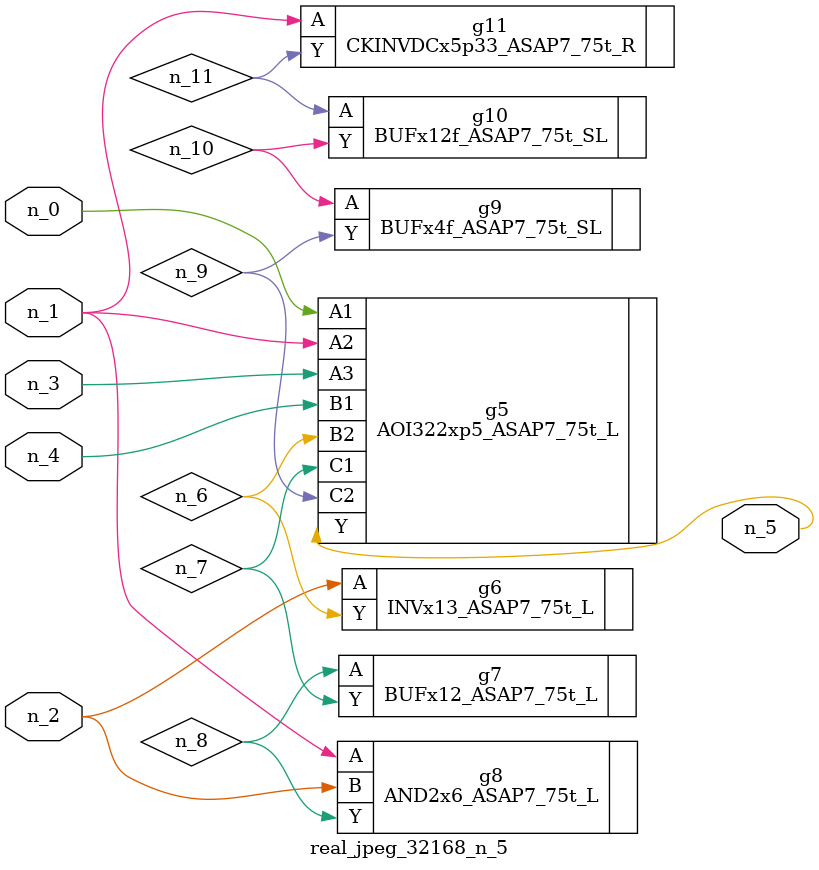
<source format=v>
module real_jpeg_32168_n_5 (n_4, n_0, n_1, n_2, n_3, n_5);

input n_4;
input n_0;
input n_1;
input n_2;
input n_3;

output n_5;

wire n_8;
wire n_11;
wire n_6;
wire n_7;
wire n_10;
wire n_9;

AOI322xp5_ASAP7_75t_L g5 ( 
.A1(n_0),
.A2(n_1),
.A3(n_3),
.B1(n_4),
.B2(n_6),
.C1(n_7),
.C2(n_9),
.Y(n_5)
);

AND2x6_ASAP7_75t_L g8 ( 
.A(n_1),
.B(n_2),
.Y(n_8)
);

CKINVDCx5p33_ASAP7_75t_R g11 ( 
.A(n_1),
.Y(n_11)
);

INVx13_ASAP7_75t_L g6 ( 
.A(n_2),
.Y(n_6)
);

BUFx12_ASAP7_75t_L g7 ( 
.A(n_8),
.Y(n_7)
);

BUFx4f_ASAP7_75t_SL g9 ( 
.A(n_10),
.Y(n_9)
);

BUFx12f_ASAP7_75t_SL g10 ( 
.A(n_11),
.Y(n_10)
);


endmodule
</source>
